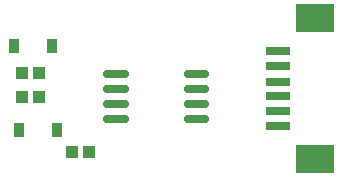
<source format=gtp>
G04 ---------------------------- Layer name :TOP PASTER LAYER*
G04 EasyEDA v5.7.26, Mon, 24 Sep 2018 03:33:45 GMT*
G04 f2589365b48f4548adba9131c7c0e0b5*
G04 Gerber Generator version 0.2*
G04 Scale: 100 percent, Rotated: No, Reflected: No *
G04 Dimensions in millimeters *
G04 leading zeros omitted , absolute positions ,3 integer and 3 decimal *
%FSLAX33Y33*%
%MOMM*%
G90*
G71D02*

%ADD13C,0.699999*%
%ADD15R,0.999998X1.099998*%
%ADD16R,0.909320X1.219200*%
%ADD17R,1.999996X0.700024*%
%ADD18R,3.199994X2.400046*%

%LPD*%
G54D13*
G01X22420Y4399D02*
G01X23921Y4399D01*
G01X22420Y5669D02*
G01X23921Y5669D01*
G01X22420Y6939D02*
G01X23921Y6939D01*
G01X22420Y8209D02*
G01X23921Y8209D01*
G01X15621Y4399D02*
G01X17122Y4399D01*
G01X15621Y5669D02*
G01X17122Y5669D01*
G01X15621Y6939D02*
G01X17122Y6939D01*
G01X15621Y8209D02*
G01X17122Y8209D01*
G54D15*
G01X14039Y1581D03*
G01X12640Y1581D03*
G54D16*
G01X7673Y10599D03*
G01X10924Y10599D03*
G01X8097Y3489D03*
G01X11348Y3489D03*
G54D17*
G01X30068Y6331D03*
G01X30069Y5083D03*
G01X30071Y10120D03*
G01X30071Y8871D03*
G54D18*
G01X33160Y1052D03*
G01X33159Y12963D03*
G54D17*
G01X30069Y7579D03*
G01X30067Y3829D03*
G54D15*
G01X8400Y8300D03*
G01X9800Y8300D03*
G01X8403Y6299D03*
G01X9803Y6299D03*
M00*
M02*

</source>
